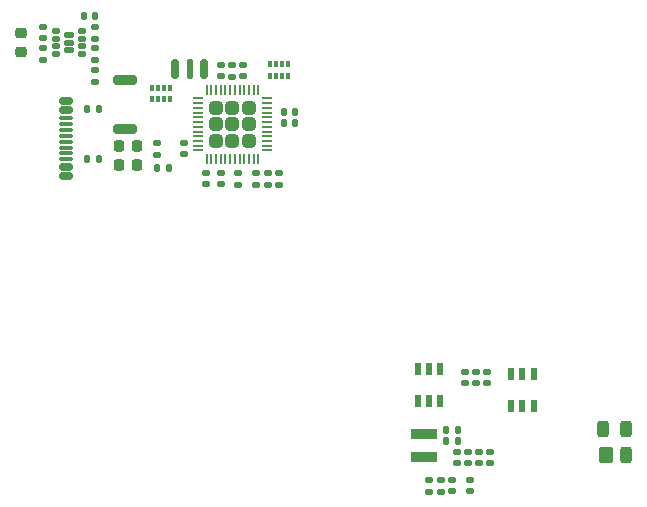
<source format=gbr>
%TF.GenerationSoftware,KiCad,Pcbnew,8.0.3*%
%TF.CreationDate,2024-07-01T02:23:31+08:00*%
%TF.ProjectId,hpm_dap,68706d5f-6461-4702-9e6b-696361645f70,rev?*%
%TF.SameCoordinates,PX3f32af6PY270961d*%
%TF.FileFunction,Paste,Top*%
%TF.FilePolarity,Positive*%
%FSLAX46Y46*%
G04 Gerber Fmt 4.6, Leading zero omitted, Abs format (unit mm)*
G04 Created by KiCad (PCBNEW 8.0.3) date 2024-07-01 02:23:31*
%MOMM*%
%LPD*%
G01*
G04 APERTURE LIST*
G04 Aperture macros list*
%AMRoundRect*
0 Rectangle with rounded corners*
0 $1 Rounding radius*
0 $2 $3 $4 $5 $6 $7 $8 $9 X,Y pos of 4 corners*
0 Add a 4 corners polygon primitive as box body*
4,1,4,$2,$3,$4,$5,$6,$7,$8,$9,$2,$3,0*
0 Add four circle primitives for the rounded corners*
1,1,$1+$1,$2,$3*
1,1,$1+$1,$4,$5*
1,1,$1+$1,$6,$7*
1,1,$1+$1,$8,$9*
0 Add four rect primitives between the rounded corners*
20,1,$1+$1,$2,$3,$4,$5,0*
20,1,$1+$1,$4,$5,$6,$7,0*
20,1,$1+$1,$6,$7,$8,$9,0*
20,1,$1+$1,$8,$9,$2,$3,0*%
G04 Aperture macros list end*
%ADD10RoundRect,0.140000X-0.140000X-0.170000X0.140000X-0.170000X0.140000X0.170000X-0.140000X0.170000X0*%
%ADD11RoundRect,0.140000X0.170000X-0.140000X0.170000X0.140000X-0.170000X0.140000X-0.170000X-0.140000X0*%
%ADD12RoundRect,0.140000X-0.170000X0.140000X-0.170000X-0.140000X0.170000X-0.140000X0.170000X0.140000X0*%
%ADD13R,0.550000X1.000000*%
%ADD14RoundRect,0.135000X0.185000X-0.135000X0.185000X0.135000X-0.185000X0.135000X-0.185000X-0.135000X0*%
%ADD15RoundRect,0.250000X-0.350000X-0.450000X0.350000X-0.450000X0.350000X0.450000X-0.350000X0.450000X0*%
%ADD16RoundRect,0.250000X-0.250000X-0.450000X0.250000X-0.450000X0.250000X0.450000X-0.250000X0.450000X0*%
%ADD17R,2.300000X0.850000*%
%ADD18RoundRect,0.150000X-0.425000X0.150000X-0.425000X-0.150000X0.425000X-0.150000X0.425000X0.150000X0*%
%ADD19RoundRect,0.075000X-0.500000X0.075000X-0.500000X-0.075000X0.500000X-0.075000X0.500000X0.075000X0*%
%ADD20RoundRect,0.050000X0.375000X-0.050000X0.375000X0.050000X-0.375000X0.050000X-0.375000X-0.050000X0*%
%ADD21RoundRect,0.050000X0.050000X-0.375000X0.050000X0.375000X-0.050000X0.375000X-0.050000X-0.375000X0*%
%ADD22RoundRect,0.250000X0.315000X-0.315000X0.315000X0.315000X-0.315000X0.315000X-0.315000X-0.315000X0*%
%ADD23RoundRect,0.140000X0.140000X0.170000X-0.140000X0.170000X-0.140000X-0.170000X0.140000X-0.170000X0*%
%ADD24RoundRect,0.135000X-0.185000X0.135000X-0.185000X-0.135000X0.185000X-0.135000X0.185000X0.135000X0*%
%ADD25RoundRect,0.135000X-0.135000X-0.185000X0.135000X-0.185000X0.135000X0.185000X-0.135000X0.185000X0*%
%ADD26RoundRect,0.162500X0.162500X0.687500X-0.162500X0.687500X-0.162500X-0.687500X0.162500X-0.687500X0*%
%ADD27RoundRect,0.125000X0.125000X0.725000X-0.125000X0.725000X-0.125000X-0.725000X0.125000X-0.725000X0*%
%ADD28RoundRect,0.218750X0.256250X-0.218750X0.256250X0.218750X-0.256250X0.218750X-0.256250X-0.218750X0*%
%ADD29RoundRect,0.200000X-0.800000X0.200000X-0.800000X-0.200000X0.800000X-0.200000X0.800000X0.200000X0*%
%ADD30R,0.320000X0.500000*%
%ADD31RoundRect,0.125000X-0.187500X-0.125000X0.187500X-0.125000X0.187500X0.125000X-0.187500X0.125000X0*%
%ADD32RoundRect,0.127500X-0.317500X-0.127500X0.317500X-0.127500X0.317500X0.127500X-0.317500X0.127500X0*%
%ADD33RoundRect,0.147500X-0.172500X0.147500X-0.172500X-0.147500X0.172500X-0.147500X0.172500X0.147500X0*%
%ADD34RoundRect,0.218750X-0.218750X-0.256250X0.218750X-0.256250X0.218750X0.256250X-0.218750X0.256250X0*%
G04 APERTURE END LIST*
D10*
%TO.C,C13*%
X26079200Y-19414800D03*
X27039200Y-19414800D03*
%TD*%
D11*
%TO.C,C5*%
X27676800Y-15425466D03*
X27676800Y-14465466D03*
%TD*%
D12*
%TO.C,C18*%
X26559200Y-23638000D03*
X26559200Y-24598000D03*
%TD*%
%TO.C,C4*%
X28083200Y-23618000D03*
X28083200Y-24578000D03*
%TD*%
D13*
%TO.C,D3*%
X25578800Y-14254800D03*
X24628800Y-14254800D03*
X23678800Y-14254800D03*
X23678800Y-16954800D03*
X24628800Y-16954800D03*
X25578800Y-16954800D03*
%TD*%
D14*
%TO.C,R11*%
X24648240Y-24628000D03*
X24648240Y-23608000D03*
%TD*%
D11*
%TO.C,C11*%
X27016400Y-22231600D03*
X27016400Y-21271600D03*
%TD*%
D15*
%TO.C,D1*%
X39556000Y-21530800D03*
D16*
X41276000Y-21530800D03*
X41276000Y-19330800D03*
X39376000Y-19330800D03*
%TD*%
D11*
%TO.C,C6*%
X29556400Y-15425466D03*
X29556400Y-14465466D03*
%TD*%
%TO.C,C10*%
X27930800Y-22231600D03*
X27930800Y-21271600D03*
%TD*%
D17*
%TO.C,L2*%
X24153525Y-19709890D03*
X24153525Y-21659890D03*
%TD*%
D11*
%TO.C,C9*%
X28845200Y-22231600D03*
X28845200Y-21271600D03*
%TD*%
%TO.C,C8*%
X29759600Y-22231600D03*
X29759600Y-21271600D03*
%TD*%
D10*
%TO.C,C14*%
X26079200Y-20329200D03*
X27039200Y-20329200D03*
%TD*%
D14*
%TO.C,R10*%
X25613440Y-24628000D03*
X25613440Y-23608000D03*
%TD*%
D13*
%TO.C,D2*%
X33477200Y-14661200D03*
X32527200Y-14661200D03*
X31577200Y-14661200D03*
X31577200Y-17361200D03*
X32527200Y-17361200D03*
X33477200Y-17361200D03*
%TD*%
D11*
%TO.C,C1*%
X28617068Y-15425466D03*
X28617068Y-14465466D03*
%TD*%
D18*
%TO.C,J1*%
X-6102001Y8464000D03*
X-6102001Y7664000D03*
D19*
X-6102001Y7014000D03*
X-6102001Y6014000D03*
X-6102001Y4514000D03*
X-6102001Y3514000D03*
D18*
X-6102001Y2864000D03*
X-6102001Y2064000D03*
X-6102001Y2064000D03*
X-6102001Y2864000D03*
D19*
X-6102001Y4014000D03*
X-6102001Y5014000D03*
X-6102001Y5514000D03*
X-6102001Y6514000D03*
D18*
X-6102001Y7664000D03*
X-6102001Y8464000D03*
%TD*%
D12*
%TO.C,C23*%
X6985706Y10530627D03*
X6985706Y11490627D03*
%TD*%
D20*
%TO.C,U1*%
X5023306Y4268093D03*
X5023306Y4668093D03*
X5023306Y5068093D03*
X5023306Y5468093D03*
X5023306Y5868093D03*
X5023306Y6268093D03*
X5023306Y6668093D03*
X5023306Y7068093D03*
X5023306Y7468093D03*
X5023306Y7868093D03*
X5023306Y8268093D03*
X5023306Y8668093D03*
D21*
X5773306Y9418093D03*
X6173306Y9418093D03*
X6573306Y9418093D03*
X6973306Y9418093D03*
X7373306Y9418093D03*
X7773306Y9418093D03*
X8173306Y9418093D03*
X8573306Y9418093D03*
X8973306Y9418093D03*
X9373306Y9418093D03*
X9773306Y9418093D03*
X10173306Y9418093D03*
D20*
X10923306Y8668093D03*
X10923306Y8268093D03*
X10923306Y7868093D03*
X10923306Y7468093D03*
X10923306Y7068093D03*
X10923306Y6668093D03*
X10923306Y6268093D03*
X10923306Y5868093D03*
X10923306Y5468093D03*
X10923306Y5068093D03*
X10923306Y4668093D03*
X10923306Y4268093D03*
D21*
X10173306Y3518093D03*
X9773306Y3518093D03*
X9373306Y3518093D03*
X8973306Y3518093D03*
X8573306Y3518093D03*
X8173306Y3518093D03*
X7773306Y3518093D03*
X7373306Y3518093D03*
X6973306Y3518093D03*
X6573306Y3518093D03*
X6173306Y3518093D03*
X5773306Y3518093D03*
D22*
X9373306Y7868093D03*
X7973306Y7868093D03*
X6573306Y7868093D03*
X9373306Y6468093D03*
X7973306Y6468093D03*
X6573306Y6468093D03*
X9373306Y5068093D03*
X7973306Y5068093D03*
X6573306Y5068093D03*
%TD*%
D12*
%TO.C,C19*%
X-8035752Y13779878D03*
X-8035752Y14739878D03*
%TD*%
D23*
%TO.C,C15*%
X12296906Y7515693D03*
X13256906Y7515693D03*
%TD*%
D24*
%TO.C,R9*%
X1600906Y3917693D03*
X1600906Y4937693D03*
%TD*%
D11*
%TO.C,C24*%
X7036506Y2358093D03*
X7036506Y1398093D03*
%TD*%
D25*
%TO.C,R8*%
X2568106Y2782093D03*
X1548106Y2782093D03*
%TD*%
D26*
%TO.C,X1*%
X3144106Y11141693D03*
D27*
X4344106Y11141693D03*
D26*
X5544106Y11141693D03*
%TD*%
D28*
%TO.C,F1*%
X-9930694Y14186793D03*
X-9930694Y12611793D03*
%TD*%
D29*
%TO.C,SW1*%
X-1091494Y6066893D03*
X-1091494Y10266893D03*
%TD*%
D10*
%TO.C,C20*%
X-3638194Y15670311D03*
X-4598194Y15670311D03*
%TD*%
D24*
%TO.C,R1*%
X10948106Y1328093D03*
X10948106Y2348093D03*
%TD*%
%TO.C,R3*%
X-3678194Y13703293D03*
X-3678194Y14723293D03*
%TD*%
D30*
%TO.C,RN2*%
X11163306Y11605293D03*
X11663306Y11605293D03*
X12163306Y11605293D03*
X12663306Y11605293D03*
X12663306Y10605293D03*
X12163306Y10605293D03*
X11663306Y10605293D03*
X11163306Y10605293D03*
%TD*%
D12*
%TO.C,C3*%
X5766506Y1398093D03*
X5766506Y2358093D03*
%TD*%
D31*
%TO.C,U2*%
X-4804194Y14374293D03*
X-4804194Y13724293D03*
X-4804194Y13074293D03*
X-4804194Y12424293D03*
X-6929194Y12424293D03*
X-6929194Y13074293D03*
X-6929194Y13724293D03*
X-6929194Y14374293D03*
D32*
X-5866694Y12769293D03*
X-5866694Y13399293D03*
X-5866694Y14029293D03*
%TD*%
D12*
%TO.C,C12*%
X11880986Y1358093D03*
X11880986Y2318093D03*
%TD*%
D24*
%TO.C,R5*%
X-3682294Y10044493D03*
X-3682294Y11064493D03*
%TD*%
D33*
%TO.C,L1*%
X7925038Y10525627D03*
X7925038Y11495627D03*
%TD*%
D23*
%TO.C,C16*%
X12296906Y6592093D03*
X13256906Y6592093D03*
%TD*%
D25*
%TO.C,R7*%
X-3324694Y3514000D03*
X-4344694Y3514000D03*
%TD*%
%TO.C,R6*%
X-3324694Y7760493D03*
X-4344694Y7760493D03*
%TD*%
D12*
%TO.C,C7*%
X3836106Y3947693D03*
X3836106Y4907693D03*
%TD*%
D14*
%TO.C,R4*%
X8458906Y2348093D03*
X8458906Y1328093D03*
%TD*%
D24*
%TO.C,R2*%
X-3678194Y11923293D03*
X-3678194Y12943293D03*
%TD*%
D30*
%TO.C,RN1*%
X1155706Y9581293D03*
X1655706Y9581293D03*
X2155706Y9581293D03*
X2655706Y9581293D03*
X2655706Y8581293D03*
X2155706Y8581293D03*
X1655706Y8581293D03*
X1155706Y8581293D03*
%TD*%
D12*
%TO.C,C17*%
X9982906Y1358093D03*
X9982906Y2318093D03*
%TD*%
D34*
%TO.C,D5*%
X-75494Y3036093D03*
X-1650494Y3036093D03*
%TD*%
D12*
%TO.C,C22*%
X8865306Y10530627D03*
X8865306Y11490627D03*
%TD*%
D11*
%TO.C,C21*%
X-8035752Y12916576D03*
X-8035752Y11956576D03*
%TD*%
D34*
%TO.C,D4*%
X-75494Y4624493D03*
X-1650494Y4624493D03*
%TD*%
M02*

</source>
